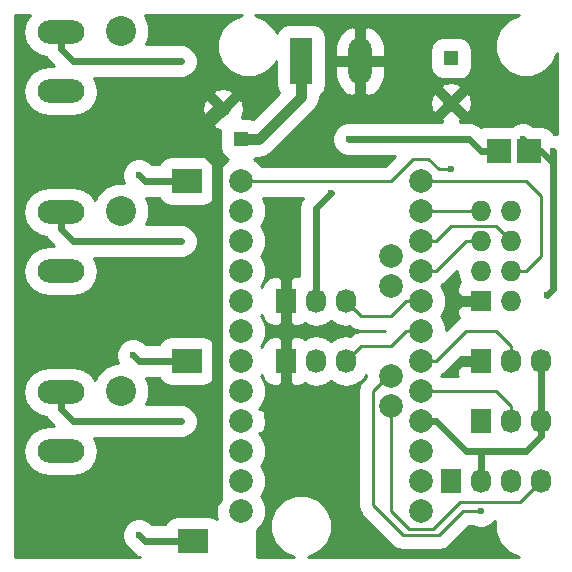
<source format=gbl>
G04 #@! TF.FileFunction,Copper,L2,Bot,Signal*
%FSLAX46Y46*%
G04 Gerber Fmt 4.6, Leading zero omitted, Abs format (unit mm)*
G04 Created by KiCad (PCBNEW 4.0.4-stable) date 03/13/17 09:42:38*
%MOMM*%
%LPD*%
G01*
G04 APERTURE LIST*
%ADD10C,0.100000*%
%ADD11C,2.000000*%
%ADD12R,2.032000X2.032000*%
%ADD13R,1.727200X1.727200*%
%ADD14O,1.727200X1.727200*%
%ADD15R,1.300000X1.300000*%
%ADD16C,1.300000*%
%ADD17C,2.540000*%
%ADD18R,2.540000X2.000000*%
%ADD19R,1.981200X3.962400*%
%ADD20O,1.981200X3.962400*%
%ADD21O,3.962400X1.981200*%
%ADD22R,1.727200X2.032000*%
%ADD23O,1.727200X2.032000*%
%ADD24C,0.600000*%
%ADD25C,0.900000*%
%ADD26C,0.600000*%
%ADD27C,0.250000*%
%ADD28C,0.254000*%
G04 APERTURE END LIST*
D10*
D11*
X119380000Y-114300000D03*
X119380000Y-116840000D03*
X119380000Y-119380000D03*
X119380000Y-121920000D03*
X119380000Y-124460000D03*
X119380000Y-127000000D03*
X119380000Y-129540000D03*
X119380000Y-132080000D03*
X119380000Y-134620000D03*
X119380000Y-137160000D03*
X119380000Y-139700000D03*
X119380000Y-142240000D03*
X134620000Y-142240000D03*
X134620000Y-139700000D03*
X134620000Y-137160000D03*
X134620000Y-134620000D03*
X134620000Y-132080000D03*
X134620000Y-129540000D03*
X134620000Y-127000000D03*
X134620000Y-124460000D03*
X134620000Y-121920000D03*
X134620000Y-119380000D03*
X134620000Y-116840000D03*
X134620000Y-114300000D03*
X132080000Y-120650000D03*
X132080000Y-123190000D03*
X132080000Y-133350000D03*
X132080000Y-130810000D03*
D12*
X141224000Y-111760000D03*
X143764000Y-111760000D03*
D13*
X139700000Y-124460000D03*
D14*
X142240000Y-124460000D03*
X139700000Y-121920000D03*
X142240000Y-121920000D03*
X139700000Y-119380000D03*
X142240000Y-119380000D03*
X139700000Y-116840000D03*
X142240000Y-116840000D03*
D15*
X119380000Y-110744000D03*
D16*
X117856000Y-108204000D03*
D17*
X109220000Y-132080001D03*
D18*
X115317953Y-144777463D03*
D17*
X109220001Y-116840000D03*
D18*
X114809953Y-129537463D03*
D17*
X109220000Y-101600001D03*
D18*
X114809953Y-114297463D03*
D16*
X137160000Y-107696000D03*
D15*
X137160000Y-103896000D03*
D19*
X124460000Y-104140000D03*
D20*
X129460000Y-104140000D03*
D21*
X104140000Y-137160000D03*
X104140000Y-132160000D03*
X104140000Y-106680000D03*
X104140000Y-101680000D03*
X104140000Y-121920000D03*
X104140000Y-116920000D03*
D22*
X123190000Y-124460000D03*
D23*
X125730000Y-124460000D03*
X128270000Y-124460000D03*
D22*
X123190000Y-129540000D03*
D23*
X125730000Y-129540000D03*
X128270000Y-129540000D03*
D22*
X137160000Y-139700000D03*
D23*
X139700000Y-139700000D03*
X142240000Y-139700000D03*
X144780000Y-139700000D03*
D22*
X139700000Y-129540000D03*
D23*
X142240000Y-129540000D03*
X144780000Y-129540000D03*
D22*
X139700000Y-134620000D03*
D23*
X142240000Y-134620000D03*
X144780000Y-134620000D03*
D24*
X114808000Y-111760000D03*
X114808000Y-127000000D03*
X114808000Y-142240000D03*
X128524000Y-110744000D03*
X138684000Y-110744000D03*
X127000000Y-115316000D03*
X145796000Y-111760000D03*
X145288000Y-123952000D03*
X143256000Y-110744000D03*
X137160000Y-113284000D03*
X110744000Y-144272000D03*
X110236000Y-129032000D03*
X110744000Y-113792000D03*
X139700000Y-142240000D03*
X114300000Y-134620000D03*
X114300000Y-104140000D03*
X114300000Y-119380000D03*
D25*
X114808000Y-111760000D02*
X116332000Y-111760000D01*
X114808000Y-127000000D02*
X117348000Y-127000000D01*
X117856000Y-108204000D02*
X117348000Y-108204000D01*
X117348000Y-108204000D02*
X116332000Y-109220000D01*
X116332000Y-142240000D02*
X114808000Y-142240000D01*
X117348000Y-141224000D02*
X116332000Y-142240000D01*
X117348000Y-112776000D02*
X117348000Y-127000000D01*
X117348000Y-127000000D02*
X117348000Y-141224000D01*
X116332000Y-111760000D02*
X117348000Y-112776000D01*
X116332000Y-109220000D02*
X116332000Y-111760000D01*
X119380000Y-110744000D02*
X120904000Y-110744000D01*
X124460000Y-107188000D02*
X124460000Y-104140000D01*
X120904000Y-110744000D02*
X124460000Y-107188000D01*
D26*
X141224000Y-111760000D02*
X139700000Y-111760000D01*
X139700000Y-111760000D02*
X138684000Y-110744000D01*
X138684000Y-110744000D02*
X128524000Y-110744000D01*
X125730000Y-124460000D02*
X125730000Y-116586000D01*
X125730000Y-116586000D02*
X127000000Y-115316000D01*
X139700000Y-139700000D02*
X139700000Y-137160000D01*
X144780000Y-134620000D02*
X144780000Y-129540000D01*
X134620000Y-134620000D02*
X135890000Y-134620000D01*
X144780000Y-135890000D02*
X144780000Y-134620000D01*
X143510000Y-137160000D02*
X144780000Y-135890000D01*
X138430000Y-137160000D02*
X139700000Y-137160000D01*
X139700000Y-137160000D02*
X143510000Y-137160000D01*
X135890000Y-134620000D02*
X138430000Y-137160000D01*
X145796000Y-112776000D02*
X145796000Y-111760000D01*
X145796000Y-112776000D02*
X144780000Y-111760000D01*
X145796000Y-123444000D02*
X145796000Y-112776000D01*
X145288000Y-123952000D02*
X145796000Y-123444000D01*
X144780000Y-111760000D02*
X143764000Y-111760000D01*
X143764000Y-111760000D02*
X143764000Y-111252000D01*
X143764000Y-111252000D02*
X143256000Y-110744000D01*
D27*
X137160000Y-113284000D02*
X136144000Y-113284000D01*
X136144000Y-113284000D02*
X135255000Y-112395000D01*
X133985000Y-112395000D02*
X135255000Y-112395000D01*
X130810000Y-114300000D02*
X132080000Y-114300000D01*
X132080000Y-114300000D02*
X133985000Y-112395000D01*
X119380000Y-114300000D02*
X130810000Y-114300000D01*
X134620000Y-121920000D02*
X135890000Y-121920000D01*
X138430000Y-119380000D02*
X139700000Y-119380000D01*
X135890000Y-121920000D02*
X138430000Y-119380000D01*
X142240000Y-119380000D02*
X140970000Y-118110000D01*
X135890000Y-119380000D02*
X134620000Y-119380000D01*
X137160000Y-118110000D02*
X135890000Y-119380000D01*
X140970000Y-118110000D02*
X137160000Y-118110000D01*
X134620000Y-116840000D02*
X139700000Y-116840000D01*
X134620000Y-114300000D02*
X143510000Y-114300000D01*
X143510000Y-121920000D02*
X142240000Y-121920000D01*
X144780000Y-120650000D02*
X143510000Y-121920000D01*
X144780000Y-115570000D02*
X144780000Y-120650000D01*
X143510000Y-114300000D02*
X144780000Y-115570000D01*
D26*
X115317953Y-144777463D02*
X111249463Y-144777463D01*
X111249463Y-144777463D02*
X110744000Y-144272000D01*
X114809953Y-129537463D02*
X110741463Y-129537463D01*
X110741463Y-129537463D02*
X110236000Y-129032000D01*
X114809953Y-114297463D02*
X111249463Y-114297463D01*
X111249463Y-114297463D02*
X110744000Y-113792000D01*
D27*
X134620000Y-129540000D02*
X135890000Y-129540000D01*
X142240000Y-128270000D02*
X142240000Y-129540000D01*
X140970000Y-127000000D02*
X142240000Y-128270000D01*
X138430000Y-127000000D02*
X140970000Y-127000000D01*
X135890000Y-129540000D02*
X138430000Y-127000000D01*
X134620000Y-132080000D02*
X140970000Y-132080000D01*
X142240000Y-133350000D02*
X142240000Y-134620000D01*
X140970000Y-132080000D02*
X142240000Y-133350000D01*
X134620000Y-124460000D02*
X133350000Y-124460000D01*
X129540000Y-125730000D02*
X128270000Y-124460000D01*
X132080000Y-125730000D02*
X129540000Y-125730000D01*
X133350000Y-124460000D02*
X132080000Y-125730000D01*
X134620000Y-127000000D02*
X133350000Y-127000000D01*
X129540000Y-128270000D02*
X128270000Y-129540000D01*
X132080000Y-128270000D02*
X129540000Y-128270000D01*
X133350000Y-127000000D02*
X132080000Y-128270000D01*
X137668000Y-142748000D02*
X138176000Y-142240000D01*
X138176000Y-142240000D02*
X139700000Y-142240000D01*
X136144000Y-144272000D02*
X137668000Y-142748000D01*
X132080000Y-130810000D02*
X131826000Y-130810000D01*
X131826000Y-130810000D02*
X130556000Y-132080000D01*
X133096000Y-144272000D02*
X136144000Y-144272000D01*
X130556000Y-141732000D02*
X133096000Y-144272000D01*
X130556000Y-132080000D02*
X130556000Y-141732000D01*
X143002000Y-141478000D02*
X137922000Y-141478000D01*
X137922000Y-141478000D02*
X137668000Y-141732000D01*
X144780000Y-139700000D02*
X143002000Y-141478000D01*
X135636000Y-143764000D02*
X137668000Y-141732000D01*
X133604000Y-143764000D02*
X135636000Y-143764000D01*
X133604000Y-143764000D02*
X132080000Y-142240000D01*
X132080000Y-133350000D02*
X132080000Y-142240000D01*
D26*
X104140000Y-132160000D02*
X104140000Y-133604000D01*
X105156000Y-134620000D02*
X114300000Y-134620000D01*
X104140000Y-133604000D02*
X105156000Y-134620000D01*
X104140000Y-101680000D02*
X104140000Y-103124000D01*
X105156000Y-104140000D02*
X114300000Y-104140000D01*
X104140000Y-103124000D02*
X105156000Y-104140000D01*
X104140000Y-116920000D02*
X104140000Y-118364000D01*
X105156000Y-119380000D02*
X114300000Y-119380000D01*
X104140000Y-118364000D02*
X105156000Y-119380000D01*
D28*
G36*
X101132100Y-100869630D02*
X100970907Y-101680000D01*
X101132100Y-102490370D01*
X101591138Y-103177369D01*
X102278137Y-103636407D01*
X102878976Y-103755921D01*
X103130959Y-104133041D01*
X103560318Y-104562400D01*
X103088507Y-104562400D01*
X102278137Y-104723593D01*
X101591138Y-105182631D01*
X101132100Y-105869630D01*
X100970907Y-106680000D01*
X101132100Y-107490370D01*
X101591138Y-108177369D01*
X102278137Y-108636407D01*
X103088507Y-108797600D01*
X105191493Y-108797600D01*
X106001863Y-108636407D01*
X106688862Y-108177369D01*
X106737938Y-108103921D01*
X116046953Y-108103921D01*
X116146360Y-108803832D01*
X116222957Y-108988753D01*
X116568961Y-109031420D01*
X117396381Y-108204000D01*
X116568961Y-107376580D01*
X116222957Y-107419247D01*
X116046953Y-108103921D01*
X106737938Y-108103921D01*
X107147900Y-107490370D01*
X107261958Y-106916961D01*
X117028580Y-106916961D01*
X117856000Y-107744381D01*
X118683420Y-106916961D01*
X118640753Y-106570957D01*
X117956079Y-106394953D01*
X117256168Y-106494360D01*
X117071247Y-106570957D01*
X117028580Y-106916961D01*
X107261958Y-106916961D01*
X107309093Y-106680000D01*
X107147900Y-105869630D01*
X106945689Y-105567000D01*
X114298755Y-105567000D01*
X114582603Y-105567248D01*
X115107275Y-105350457D01*
X115509047Y-104949386D01*
X115726752Y-104425093D01*
X115727248Y-103857397D01*
X115510457Y-103332725D01*
X115109386Y-102930953D01*
X114585093Y-102713248D01*
X114017397Y-102712752D01*
X114016797Y-102713000D01*
X111353276Y-102713000D01*
X111616583Y-102078886D01*
X111617415Y-101125300D01*
X111260707Y-100262000D01*
X119447665Y-100262000D01*
X118528868Y-100641639D01*
X117789236Y-101379981D01*
X117388457Y-102345165D01*
X117387545Y-103390250D01*
X117786639Y-104356132D01*
X118524981Y-105095764D01*
X119490165Y-105496543D01*
X120535250Y-105497455D01*
X121501132Y-105098361D01*
X122240764Y-104360019D01*
X122320321Y-104168424D01*
X122320321Y-106121200D01*
X122398906Y-106538841D01*
X122586858Y-106830927D01*
X120398285Y-109019501D01*
X120030000Y-108944921D01*
X119500311Y-108944921D01*
X119665047Y-108304079D01*
X119565640Y-107604168D01*
X119489043Y-107419247D01*
X119143039Y-107376580D01*
X118315619Y-108204000D01*
X118363703Y-108252084D01*
X117904084Y-108711703D01*
X117856000Y-108663619D01*
X117028580Y-109491039D01*
X117071247Y-109837043D01*
X117605162Y-109974293D01*
X117580921Y-110094000D01*
X117580921Y-111394000D01*
X117659506Y-111811641D01*
X117906331Y-112195219D01*
X118282333Y-112452130D01*
X118176726Y-112495766D01*
X117577869Y-113093578D01*
X117253370Y-113875057D01*
X117252632Y-114721230D01*
X117575766Y-115503274D01*
X117641968Y-115569591D01*
X117577869Y-115633578D01*
X117253370Y-116415057D01*
X117252632Y-117261230D01*
X117575766Y-118043274D01*
X117641968Y-118109591D01*
X117577869Y-118173578D01*
X117253370Y-118955057D01*
X117252632Y-119801230D01*
X117575766Y-120583274D01*
X117641968Y-120649591D01*
X117577869Y-120713578D01*
X117253370Y-121495057D01*
X117252632Y-122341230D01*
X117575766Y-123123274D01*
X117641968Y-123189591D01*
X117577869Y-123253578D01*
X117253370Y-124035057D01*
X117252632Y-124881230D01*
X117575766Y-125663274D01*
X117641968Y-125729591D01*
X117577869Y-125793578D01*
X117253370Y-126575057D01*
X117252632Y-127421230D01*
X117575766Y-128203274D01*
X117641968Y-128269591D01*
X117577869Y-128333578D01*
X117253370Y-129115057D01*
X117252632Y-129961230D01*
X117575766Y-130743274D01*
X117641968Y-130809591D01*
X117577869Y-130873578D01*
X117253370Y-131655057D01*
X117252632Y-132501230D01*
X117575766Y-133283274D01*
X117641968Y-133349591D01*
X117577869Y-133413578D01*
X117253370Y-134195057D01*
X117252632Y-135041230D01*
X117575766Y-135823274D01*
X117641968Y-135889591D01*
X117577869Y-135953578D01*
X117253370Y-136735057D01*
X117252632Y-137581230D01*
X117575766Y-138363274D01*
X117641968Y-138429591D01*
X117577869Y-138493578D01*
X117253370Y-139275057D01*
X117252632Y-140121230D01*
X117575766Y-140903274D01*
X117641968Y-140969591D01*
X117577869Y-141033578D01*
X117253370Y-141815057D01*
X117252632Y-142661230D01*
X117371452Y-142948797D01*
X117035009Y-142718915D01*
X116587953Y-142628384D01*
X114047953Y-142628384D01*
X113630312Y-142706969D01*
X113246734Y-142953794D01*
X112989405Y-143330407D01*
X112985344Y-143350463D01*
X111840545Y-143350463D01*
X111754206Y-143264124D01*
X111553386Y-143062953D01*
X111029093Y-142845248D01*
X110461397Y-142844752D01*
X109936725Y-143061543D01*
X109534953Y-143462614D01*
X109317248Y-143986907D01*
X109316752Y-144554603D01*
X109533543Y-145079275D01*
X109934614Y-145481047D01*
X109935214Y-145481296D01*
X110240422Y-145786505D01*
X110703374Y-146095839D01*
X110814785Y-146118000D01*
X100262000Y-146118000D01*
X100262000Y-132160000D01*
X100970907Y-132160000D01*
X101132100Y-132970370D01*
X101591138Y-133657369D01*
X102278137Y-134116407D01*
X102878976Y-134235921D01*
X103130959Y-134613041D01*
X103560318Y-135042400D01*
X103088507Y-135042400D01*
X102278137Y-135203593D01*
X101591138Y-135662631D01*
X101132100Y-136349630D01*
X100970907Y-137160000D01*
X101132100Y-137970370D01*
X101591138Y-138657369D01*
X102278137Y-139116407D01*
X103088507Y-139277600D01*
X105191493Y-139277600D01*
X106001863Y-139116407D01*
X106688862Y-138657369D01*
X107147900Y-137970370D01*
X107309093Y-137160000D01*
X107147900Y-136349630D01*
X106945689Y-136047000D01*
X114298755Y-136047000D01*
X114582603Y-136047248D01*
X115107275Y-135830457D01*
X115509047Y-135429386D01*
X115726752Y-134905093D01*
X115727248Y-134337397D01*
X115510457Y-133812725D01*
X115109386Y-133410953D01*
X114585093Y-133193248D01*
X114017397Y-133192752D01*
X114016797Y-133193000D01*
X111353276Y-133193000D01*
X111616583Y-132558886D01*
X111617415Y-131605300D01*
X111352627Y-130964463D01*
X112475481Y-130964463D01*
X112716284Y-131338682D01*
X113092897Y-131596011D01*
X113539953Y-131686542D01*
X116079953Y-131686542D01*
X116497594Y-131607957D01*
X116881172Y-131361132D01*
X117138501Y-130984519D01*
X117229032Y-130537463D01*
X117229032Y-128537463D01*
X117150447Y-128119822D01*
X116903622Y-127736244D01*
X116527009Y-127478915D01*
X116079953Y-127388384D01*
X113539953Y-127388384D01*
X113122312Y-127466969D01*
X112738734Y-127713794D01*
X112481405Y-128090407D01*
X112477344Y-128110463D01*
X111332545Y-128110463D01*
X111246206Y-128024124D01*
X111045386Y-127822953D01*
X110521093Y-127605248D01*
X109953397Y-127604752D01*
X109428725Y-127821543D01*
X109026953Y-128222614D01*
X108809248Y-128746907D01*
X108808752Y-129314603D01*
X108960878Y-129682774D01*
X108745299Y-129682586D01*
X107863982Y-130046738D01*
X107189107Y-130720437D01*
X107012184Y-131146516D01*
X106688862Y-130662631D01*
X106001863Y-130203593D01*
X105191493Y-130042400D01*
X103088507Y-130042400D01*
X102278137Y-130203593D01*
X101591138Y-130662631D01*
X101132100Y-131349630D01*
X100970907Y-132160000D01*
X100262000Y-132160000D01*
X100262000Y-116920000D01*
X100970907Y-116920000D01*
X101132100Y-117730370D01*
X101591138Y-118417369D01*
X102278137Y-118876407D01*
X102878976Y-118995921D01*
X103130959Y-119373041D01*
X103560318Y-119802400D01*
X103088507Y-119802400D01*
X102278137Y-119963593D01*
X101591138Y-120422631D01*
X101132100Y-121109630D01*
X100970907Y-121920000D01*
X101132100Y-122730370D01*
X101591138Y-123417369D01*
X102278137Y-123876407D01*
X103088507Y-124037600D01*
X105191493Y-124037600D01*
X106001863Y-123876407D01*
X106688862Y-123417369D01*
X107147900Y-122730370D01*
X107309093Y-121920000D01*
X107147900Y-121109630D01*
X106945689Y-120807000D01*
X114298755Y-120807000D01*
X114582603Y-120807248D01*
X115107275Y-120590457D01*
X115509047Y-120189386D01*
X115726752Y-119665093D01*
X115727248Y-119097397D01*
X115510457Y-118572725D01*
X115109386Y-118170953D01*
X114585093Y-117953248D01*
X114017397Y-117952752D01*
X114016797Y-117953000D01*
X111353276Y-117953000D01*
X111616584Y-117318885D01*
X111617416Y-116365299D01*
X111352629Y-115724463D01*
X112475481Y-115724463D01*
X112716284Y-116098682D01*
X113092897Y-116356011D01*
X113539953Y-116446542D01*
X116079953Y-116446542D01*
X116497594Y-116367957D01*
X116881172Y-116121132D01*
X117138501Y-115744519D01*
X117229032Y-115297463D01*
X117229032Y-113297463D01*
X117150447Y-112879822D01*
X116903622Y-112496244D01*
X116527009Y-112238915D01*
X116079953Y-112148384D01*
X113539953Y-112148384D01*
X113122312Y-112226969D01*
X112738734Y-112473794D01*
X112481405Y-112850407D01*
X112477344Y-112870463D01*
X111840545Y-112870463D01*
X111754206Y-112784124D01*
X111553386Y-112582953D01*
X111029093Y-112365248D01*
X110461397Y-112364752D01*
X109936725Y-112581543D01*
X109534953Y-112982614D01*
X109317248Y-113506907D01*
X109316752Y-114074603D01*
X109469061Y-114443216D01*
X108745300Y-114442585D01*
X107863983Y-114806737D01*
X107189108Y-115480436D01*
X107012184Y-115906516D01*
X106688862Y-115422631D01*
X106001863Y-114963593D01*
X105191493Y-114802400D01*
X103088507Y-114802400D01*
X102278137Y-114963593D01*
X101591138Y-115422631D01*
X101132100Y-116109630D01*
X100970907Y-116920000D01*
X100262000Y-116920000D01*
X100262000Y-100262000D01*
X101538105Y-100262000D01*
X101132100Y-100869630D01*
X101132100Y-100869630D01*
G37*
X101132100Y-100869630D02*
X100970907Y-101680000D01*
X101132100Y-102490370D01*
X101591138Y-103177369D01*
X102278137Y-103636407D01*
X102878976Y-103755921D01*
X103130959Y-104133041D01*
X103560318Y-104562400D01*
X103088507Y-104562400D01*
X102278137Y-104723593D01*
X101591138Y-105182631D01*
X101132100Y-105869630D01*
X100970907Y-106680000D01*
X101132100Y-107490370D01*
X101591138Y-108177369D01*
X102278137Y-108636407D01*
X103088507Y-108797600D01*
X105191493Y-108797600D01*
X106001863Y-108636407D01*
X106688862Y-108177369D01*
X106737938Y-108103921D01*
X116046953Y-108103921D01*
X116146360Y-108803832D01*
X116222957Y-108988753D01*
X116568961Y-109031420D01*
X117396381Y-108204000D01*
X116568961Y-107376580D01*
X116222957Y-107419247D01*
X116046953Y-108103921D01*
X106737938Y-108103921D01*
X107147900Y-107490370D01*
X107261958Y-106916961D01*
X117028580Y-106916961D01*
X117856000Y-107744381D01*
X118683420Y-106916961D01*
X118640753Y-106570957D01*
X117956079Y-106394953D01*
X117256168Y-106494360D01*
X117071247Y-106570957D01*
X117028580Y-106916961D01*
X107261958Y-106916961D01*
X107309093Y-106680000D01*
X107147900Y-105869630D01*
X106945689Y-105567000D01*
X114298755Y-105567000D01*
X114582603Y-105567248D01*
X115107275Y-105350457D01*
X115509047Y-104949386D01*
X115726752Y-104425093D01*
X115727248Y-103857397D01*
X115510457Y-103332725D01*
X115109386Y-102930953D01*
X114585093Y-102713248D01*
X114017397Y-102712752D01*
X114016797Y-102713000D01*
X111353276Y-102713000D01*
X111616583Y-102078886D01*
X111617415Y-101125300D01*
X111260707Y-100262000D01*
X119447665Y-100262000D01*
X118528868Y-100641639D01*
X117789236Y-101379981D01*
X117388457Y-102345165D01*
X117387545Y-103390250D01*
X117786639Y-104356132D01*
X118524981Y-105095764D01*
X119490165Y-105496543D01*
X120535250Y-105497455D01*
X121501132Y-105098361D01*
X122240764Y-104360019D01*
X122320321Y-104168424D01*
X122320321Y-106121200D01*
X122398906Y-106538841D01*
X122586858Y-106830927D01*
X120398285Y-109019501D01*
X120030000Y-108944921D01*
X119500311Y-108944921D01*
X119665047Y-108304079D01*
X119565640Y-107604168D01*
X119489043Y-107419247D01*
X119143039Y-107376580D01*
X118315619Y-108204000D01*
X118363703Y-108252084D01*
X117904084Y-108711703D01*
X117856000Y-108663619D01*
X117028580Y-109491039D01*
X117071247Y-109837043D01*
X117605162Y-109974293D01*
X117580921Y-110094000D01*
X117580921Y-111394000D01*
X117659506Y-111811641D01*
X117906331Y-112195219D01*
X118282333Y-112452130D01*
X118176726Y-112495766D01*
X117577869Y-113093578D01*
X117253370Y-113875057D01*
X117252632Y-114721230D01*
X117575766Y-115503274D01*
X117641968Y-115569591D01*
X117577869Y-115633578D01*
X117253370Y-116415057D01*
X117252632Y-117261230D01*
X117575766Y-118043274D01*
X117641968Y-118109591D01*
X117577869Y-118173578D01*
X117253370Y-118955057D01*
X117252632Y-119801230D01*
X117575766Y-120583274D01*
X117641968Y-120649591D01*
X117577869Y-120713578D01*
X117253370Y-121495057D01*
X117252632Y-122341230D01*
X117575766Y-123123274D01*
X117641968Y-123189591D01*
X117577869Y-123253578D01*
X117253370Y-124035057D01*
X117252632Y-124881230D01*
X117575766Y-125663274D01*
X117641968Y-125729591D01*
X117577869Y-125793578D01*
X117253370Y-126575057D01*
X117252632Y-127421230D01*
X117575766Y-128203274D01*
X117641968Y-128269591D01*
X117577869Y-128333578D01*
X117253370Y-129115057D01*
X117252632Y-129961230D01*
X117575766Y-130743274D01*
X117641968Y-130809591D01*
X117577869Y-130873578D01*
X117253370Y-131655057D01*
X117252632Y-132501230D01*
X117575766Y-133283274D01*
X117641968Y-133349591D01*
X117577869Y-133413578D01*
X117253370Y-134195057D01*
X117252632Y-135041230D01*
X117575766Y-135823274D01*
X117641968Y-135889591D01*
X117577869Y-135953578D01*
X117253370Y-136735057D01*
X117252632Y-137581230D01*
X117575766Y-138363274D01*
X117641968Y-138429591D01*
X117577869Y-138493578D01*
X117253370Y-139275057D01*
X117252632Y-140121230D01*
X117575766Y-140903274D01*
X117641968Y-140969591D01*
X117577869Y-141033578D01*
X117253370Y-141815057D01*
X117252632Y-142661230D01*
X117371452Y-142948797D01*
X117035009Y-142718915D01*
X116587953Y-142628384D01*
X114047953Y-142628384D01*
X113630312Y-142706969D01*
X113246734Y-142953794D01*
X112989405Y-143330407D01*
X112985344Y-143350463D01*
X111840545Y-143350463D01*
X111754206Y-143264124D01*
X111553386Y-143062953D01*
X111029093Y-142845248D01*
X110461397Y-142844752D01*
X109936725Y-143061543D01*
X109534953Y-143462614D01*
X109317248Y-143986907D01*
X109316752Y-144554603D01*
X109533543Y-145079275D01*
X109934614Y-145481047D01*
X109935214Y-145481296D01*
X110240422Y-145786505D01*
X110703374Y-146095839D01*
X110814785Y-146118000D01*
X100262000Y-146118000D01*
X100262000Y-132160000D01*
X100970907Y-132160000D01*
X101132100Y-132970370D01*
X101591138Y-133657369D01*
X102278137Y-134116407D01*
X102878976Y-134235921D01*
X103130959Y-134613041D01*
X103560318Y-135042400D01*
X103088507Y-135042400D01*
X102278137Y-135203593D01*
X101591138Y-135662631D01*
X101132100Y-136349630D01*
X100970907Y-137160000D01*
X101132100Y-137970370D01*
X101591138Y-138657369D01*
X102278137Y-139116407D01*
X103088507Y-139277600D01*
X105191493Y-139277600D01*
X106001863Y-139116407D01*
X106688862Y-138657369D01*
X107147900Y-137970370D01*
X107309093Y-137160000D01*
X107147900Y-136349630D01*
X106945689Y-136047000D01*
X114298755Y-136047000D01*
X114582603Y-136047248D01*
X115107275Y-135830457D01*
X115509047Y-135429386D01*
X115726752Y-134905093D01*
X115727248Y-134337397D01*
X115510457Y-133812725D01*
X115109386Y-133410953D01*
X114585093Y-133193248D01*
X114017397Y-133192752D01*
X114016797Y-133193000D01*
X111353276Y-133193000D01*
X111616583Y-132558886D01*
X111617415Y-131605300D01*
X111352627Y-130964463D01*
X112475481Y-130964463D01*
X112716284Y-131338682D01*
X113092897Y-131596011D01*
X113539953Y-131686542D01*
X116079953Y-131686542D01*
X116497594Y-131607957D01*
X116881172Y-131361132D01*
X117138501Y-130984519D01*
X117229032Y-130537463D01*
X117229032Y-128537463D01*
X117150447Y-128119822D01*
X116903622Y-127736244D01*
X116527009Y-127478915D01*
X116079953Y-127388384D01*
X113539953Y-127388384D01*
X113122312Y-127466969D01*
X112738734Y-127713794D01*
X112481405Y-128090407D01*
X112477344Y-128110463D01*
X111332545Y-128110463D01*
X111246206Y-128024124D01*
X111045386Y-127822953D01*
X110521093Y-127605248D01*
X109953397Y-127604752D01*
X109428725Y-127821543D01*
X109026953Y-128222614D01*
X108809248Y-128746907D01*
X108808752Y-129314603D01*
X108960878Y-129682774D01*
X108745299Y-129682586D01*
X107863982Y-130046738D01*
X107189107Y-130720437D01*
X107012184Y-131146516D01*
X106688862Y-130662631D01*
X106001863Y-130203593D01*
X105191493Y-130042400D01*
X103088507Y-130042400D01*
X102278137Y-130203593D01*
X101591138Y-130662631D01*
X101132100Y-131349630D01*
X100970907Y-132160000D01*
X100262000Y-132160000D01*
X100262000Y-116920000D01*
X100970907Y-116920000D01*
X101132100Y-117730370D01*
X101591138Y-118417369D01*
X102278137Y-118876407D01*
X102878976Y-118995921D01*
X103130959Y-119373041D01*
X103560318Y-119802400D01*
X103088507Y-119802400D01*
X102278137Y-119963593D01*
X101591138Y-120422631D01*
X101132100Y-121109630D01*
X100970907Y-121920000D01*
X101132100Y-122730370D01*
X101591138Y-123417369D01*
X102278137Y-123876407D01*
X103088507Y-124037600D01*
X105191493Y-124037600D01*
X106001863Y-123876407D01*
X106688862Y-123417369D01*
X107147900Y-122730370D01*
X107309093Y-121920000D01*
X107147900Y-121109630D01*
X106945689Y-120807000D01*
X114298755Y-120807000D01*
X114582603Y-120807248D01*
X115107275Y-120590457D01*
X115509047Y-120189386D01*
X115726752Y-119665093D01*
X115727248Y-119097397D01*
X115510457Y-118572725D01*
X115109386Y-118170953D01*
X114585093Y-117953248D01*
X114017397Y-117952752D01*
X114016797Y-117953000D01*
X111353276Y-117953000D01*
X111616584Y-117318885D01*
X111617416Y-116365299D01*
X111352629Y-115724463D01*
X112475481Y-115724463D01*
X112716284Y-116098682D01*
X113092897Y-116356011D01*
X113539953Y-116446542D01*
X116079953Y-116446542D01*
X116497594Y-116367957D01*
X116881172Y-116121132D01*
X117138501Y-115744519D01*
X117229032Y-115297463D01*
X117229032Y-113297463D01*
X117150447Y-112879822D01*
X116903622Y-112496244D01*
X116527009Y-112238915D01*
X116079953Y-112148384D01*
X113539953Y-112148384D01*
X113122312Y-112226969D01*
X112738734Y-112473794D01*
X112481405Y-112850407D01*
X112477344Y-112870463D01*
X111840545Y-112870463D01*
X111754206Y-112784124D01*
X111553386Y-112582953D01*
X111029093Y-112365248D01*
X110461397Y-112364752D01*
X109936725Y-112581543D01*
X109534953Y-112982614D01*
X109317248Y-113506907D01*
X109316752Y-114074603D01*
X109469061Y-114443216D01*
X108745300Y-114442585D01*
X107863983Y-114806737D01*
X107189108Y-115480436D01*
X107012184Y-115906516D01*
X106688862Y-115422631D01*
X106001863Y-114963593D01*
X105191493Y-114802400D01*
X103088507Y-114802400D01*
X102278137Y-114963593D01*
X101591138Y-115422631D01*
X101132100Y-116109630D01*
X100970907Y-116920000D01*
X100262000Y-116920000D01*
X100262000Y-100262000D01*
X101538105Y-100262000D01*
X101132100Y-100869630D01*
G36*
X142023868Y-100641639D02*
X141284236Y-101379981D01*
X140883457Y-102345165D01*
X140882545Y-103390250D01*
X141281639Y-104356132D01*
X142019981Y-105095764D01*
X142985165Y-105496543D01*
X144030250Y-105497455D01*
X144996132Y-105098361D01*
X145735764Y-104360019D01*
X146118000Y-103439492D01*
X146118000Y-110348573D01*
X146081093Y-110333248D01*
X145851753Y-110333048D01*
X145850494Y-110326359D01*
X145603669Y-109942781D01*
X145227056Y-109685452D01*
X144780000Y-109594921D01*
X144125249Y-109594921D01*
X144065386Y-109534953D01*
X143541093Y-109317248D01*
X142973397Y-109316752D01*
X142448725Y-109533543D01*
X142362408Y-109619709D01*
X142240000Y-109594921D01*
X140208000Y-109594921D01*
X139790359Y-109673506D01*
X139693753Y-109735670D01*
X139493386Y-109534953D01*
X138969093Y-109317248D01*
X138401397Y-109316752D01*
X138400797Y-109317000D01*
X137946238Y-109317000D01*
X137987420Y-108983039D01*
X137160000Y-108155619D01*
X136332580Y-108983039D01*
X136373762Y-109317000D01*
X128525245Y-109317000D01*
X128241397Y-109316752D01*
X127716725Y-109533543D01*
X127314953Y-109934614D01*
X127097248Y-110458907D01*
X127096752Y-111026603D01*
X127313543Y-111551275D01*
X127714614Y-111953047D01*
X128238907Y-112170752D01*
X128806603Y-112171248D01*
X128807203Y-112171000D01*
X132438404Y-112171000D01*
X131561404Y-113048000D01*
X121135593Y-113048000D01*
X120586422Y-112497869D01*
X120470548Y-112449754D01*
X120670638Y-112321000D01*
X120904000Y-112321000D01*
X121507492Y-112200958D01*
X122019107Y-111859107D01*
X125575107Y-108303108D01*
X125916958Y-107791492D01*
X125926329Y-107744381D01*
X125955859Y-107595921D01*
X135350953Y-107595921D01*
X135450360Y-108295832D01*
X135526957Y-108480753D01*
X135872961Y-108523420D01*
X136700381Y-107696000D01*
X137619619Y-107696000D01*
X138447039Y-108523420D01*
X138793043Y-108480753D01*
X138969047Y-107796079D01*
X138869640Y-107096168D01*
X138793043Y-106911247D01*
X138447039Y-106868580D01*
X137619619Y-107696000D01*
X136700381Y-107696000D01*
X135872961Y-106868580D01*
X135526957Y-106911247D01*
X135350953Y-107595921D01*
X125955859Y-107595921D01*
X126037000Y-107188000D01*
X126037000Y-107083101D01*
X126251819Y-106944869D01*
X126509148Y-106568256D01*
X126599679Y-106121200D01*
X126599679Y-104513000D01*
X127342400Y-104513000D01*
X127342400Y-105503600D01*
X127646334Y-106285578D01*
X128226382Y-106891720D01*
X128765506Y-107131077D01*
X129087000Y-106928158D01*
X129087000Y-104513000D01*
X129833000Y-104513000D01*
X129833000Y-106928158D01*
X130154494Y-107131077D01*
X130693618Y-106891720D01*
X131155594Y-106408961D01*
X136332580Y-106408961D01*
X137160000Y-107236381D01*
X137987420Y-106408961D01*
X137944753Y-106062957D01*
X137260079Y-105886953D01*
X136560168Y-105986360D01*
X136375247Y-106062957D01*
X136332580Y-106408961D01*
X131155594Y-106408961D01*
X131273666Y-106285578D01*
X131577600Y-105503600D01*
X131577600Y-104513000D01*
X129833000Y-104513000D01*
X129087000Y-104513000D01*
X127342400Y-104513000D01*
X126599679Y-104513000D01*
X126599679Y-102776400D01*
X127342400Y-102776400D01*
X127342400Y-103767000D01*
X129087000Y-103767000D01*
X129087000Y-101351842D01*
X129833000Y-101351842D01*
X129833000Y-103767000D01*
X131577600Y-103767000D01*
X131577600Y-103246000D01*
X135360921Y-103246000D01*
X135360921Y-104546000D01*
X135439506Y-104963641D01*
X135686331Y-105347219D01*
X136062944Y-105604548D01*
X136510000Y-105695079D01*
X137810000Y-105695079D01*
X138227641Y-105616494D01*
X138611219Y-105369669D01*
X138868548Y-104993056D01*
X138959079Y-104546000D01*
X138959079Y-103246000D01*
X138880494Y-102828359D01*
X138633669Y-102444781D01*
X138257056Y-102187452D01*
X137810000Y-102096921D01*
X136510000Y-102096921D01*
X136092359Y-102175506D01*
X135708781Y-102422331D01*
X135451452Y-102798944D01*
X135360921Y-103246000D01*
X131577600Y-103246000D01*
X131577600Y-102776400D01*
X131273666Y-101994422D01*
X130693618Y-101388280D01*
X130154494Y-101148923D01*
X129833000Y-101351842D01*
X129087000Y-101351842D01*
X128765506Y-101148923D01*
X128226382Y-101388280D01*
X127646334Y-101994422D01*
X127342400Y-102776400D01*
X126599679Y-102776400D01*
X126599679Y-102158800D01*
X126521094Y-101741159D01*
X126274269Y-101357581D01*
X125897656Y-101100252D01*
X125450600Y-101009721D01*
X123469400Y-101009721D01*
X123051759Y-101088306D01*
X122668181Y-101335131D01*
X122410852Y-101711744D01*
X122400322Y-101763743D01*
X122243361Y-101383868D01*
X121505019Y-100644236D01*
X120584492Y-100262000D01*
X142942665Y-100262000D01*
X142023868Y-100641639D01*
X142023868Y-100641639D01*
G37*
X142023868Y-100641639D02*
X141284236Y-101379981D01*
X140883457Y-102345165D01*
X140882545Y-103390250D01*
X141281639Y-104356132D01*
X142019981Y-105095764D01*
X142985165Y-105496543D01*
X144030250Y-105497455D01*
X144996132Y-105098361D01*
X145735764Y-104360019D01*
X146118000Y-103439492D01*
X146118000Y-110348573D01*
X146081093Y-110333248D01*
X145851753Y-110333048D01*
X145850494Y-110326359D01*
X145603669Y-109942781D01*
X145227056Y-109685452D01*
X144780000Y-109594921D01*
X144125249Y-109594921D01*
X144065386Y-109534953D01*
X143541093Y-109317248D01*
X142973397Y-109316752D01*
X142448725Y-109533543D01*
X142362408Y-109619709D01*
X142240000Y-109594921D01*
X140208000Y-109594921D01*
X139790359Y-109673506D01*
X139693753Y-109735670D01*
X139493386Y-109534953D01*
X138969093Y-109317248D01*
X138401397Y-109316752D01*
X138400797Y-109317000D01*
X137946238Y-109317000D01*
X137987420Y-108983039D01*
X137160000Y-108155619D01*
X136332580Y-108983039D01*
X136373762Y-109317000D01*
X128525245Y-109317000D01*
X128241397Y-109316752D01*
X127716725Y-109533543D01*
X127314953Y-109934614D01*
X127097248Y-110458907D01*
X127096752Y-111026603D01*
X127313543Y-111551275D01*
X127714614Y-111953047D01*
X128238907Y-112170752D01*
X128806603Y-112171248D01*
X128807203Y-112171000D01*
X132438404Y-112171000D01*
X131561404Y-113048000D01*
X121135593Y-113048000D01*
X120586422Y-112497869D01*
X120470548Y-112449754D01*
X120670638Y-112321000D01*
X120904000Y-112321000D01*
X121507492Y-112200958D01*
X122019107Y-111859107D01*
X125575107Y-108303108D01*
X125916958Y-107791492D01*
X125926329Y-107744381D01*
X125955859Y-107595921D01*
X135350953Y-107595921D01*
X135450360Y-108295832D01*
X135526957Y-108480753D01*
X135872961Y-108523420D01*
X136700381Y-107696000D01*
X137619619Y-107696000D01*
X138447039Y-108523420D01*
X138793043Y-108480753D01*
X138969047Y-107796079D01*
X138869640Y-107096168D01*
X138793043Y-106911247D01*
X138447039Y-106868580D01*
X137619619Y-107696000D01*
X136700381Y-107696000D01*
X135872961Y-106868580D01*
X135526957Y-106911247D01*
X135350953Y-107595921D01*
X125955859Y-107595921D01*
X126037000Y-107188000D01*
X126037000Y-107083101D01*
X126251819Y-106944869D01*
X126509148Y-106568256D01*
X126599679Y-106121200D01*
X126599679Y-104513000D01*
X127342400Y-104513000D01*
X127342400Y-105503600D01*
X127646334Y-106285578D01*
X128226382Y-106891720D01*
X128765506Y-107131077D01*
X129087000Y-106928158D01*
X129087000Y-104513000D01*
X129833000Y-104513000D01*
X129833000Y-106928158D01*
X130154494Y-107131077D01*
X130693618Y-106891720D01*
X131155594Y-106408961D01*
X136332580Y-106408961D01*
X137160000Y-107236381D01*
X137987420Y-106408961D01*
X137944753Y-106062957D01*
X137260079Y-105886953D01*
X136560168Y-105986360D01*
X136375247Y-106062957D01*
X136332580Y-106408961D01*
X131155594Y-106408961D01*
X131273666Y-106285578D01*
X131577600Y-105503600D01*
X131577600Y-104513000D01*
X129833000Y-104513000D01*
X129087000Y-104513000D01*
X127342400Y-104513000D01*
X126599679Y-104513000D01*
X126599679Y-102776400D01*
X127342400Y-102776400D01*
X127342400Y-103767000D01*
X129087000Y-103767000D01*
X129087000Y-101351842D01*
X129833000Y-101351842D01*
X129833000Y-103767000D01*
X131577600Y-103767000D01*
X131577600Y-103246000D01*
X135360921Y-103246000D01*
X135360921Y-104546000D01*
X135439506Y-104963641D01*
X135686331Y-105347219D01*
X136062944Y-105604548D01*
X136510000Y-105695079D01*
X137810000Y-105695079D01*
X138227641Y-105616494D01*
X138611219Y-105369669D01*
X138868548Y-104993056D01*
X138959079Y-104546000D01*
X138959079Y-103246000D01*
X138880494Y-102828359D01*
X138633669Y-102444781D01*
X138257056Y-102187452D01*
X137810000Y-102096921D01*
X136510000Y-102096921D01*
X136092359Y-102175506D01*
X135708781Y-102422331D01*
X135451452Y-102798944D01*
X135360921Y-103246000D01*
X131577600Y-103246000D01*
X131577600Y-102776400D01*
X131273666Y-101994422D01*
X130693618Y-101388280D01*
X130154494Y-101148923D01*
X129833000Y-101351842D01*
X129087000Y-101351842D01*
X128765506Y-101148923D01*
X128226382Y-101388280D01*
X127646334Y-101994422D01*
X127342400Y-102776400D01*
X126599679Y-102776400D01*
X126599679Y-102158800D01*
X126521094Y-101741159D01*
X126274269Y-101357581D01*
X125897656Y-101100252D01*
X125450600Y-101009721D01*
X123469400Y-101009721D01*
X123051759Y-101088306D01*
X122668181Y-101335131D01*
X122410852Y-101711744D01*
X122400322Y-101763743D01*
X122243361Y-101383868D01*
X121505019Y-100644236D01*
X120584492Y-100262000D01*
X142942665Y-100262000D01*
X142023868Y-100641639D01*
G36*
X124411624Y-116039911D02*
X124303000Y-116586000D01*
X124303000Y-122327449D01*
X124277774Y-122317000D01*
X123844750Y-122317000D01*
X123563000Y-122598750D01*
X123563000Y-124087000D01*
X123583000Y-124087000D01*
X123583000Y-124833000D01*
X123563000Y-124833000D01*
X123563000Y-126321250D01*
X123844750Y-126603000D01*
X124277774Y-126603000D01*
X124691994Y-126431424D01*
X124765452Y-126357967D01*
X124968230Y-126493459D01*
X125730000Y-126644984D01*
X126491770Y-126493459D01*
X127000000Y-126153870D01*
X127508230Y-126493459D01*
X128270000Y-126644984D01*
X128615637Y-126576233D01*
X128654702Y-126615298D01*
X129060880Y-126886697D01*
X129540000Y-126982000D01*
X131597404Y-126982000D01*
X131561404Y-127018000D01*
X129540000Y-127018000D01*
X129060880Y-127113303D01*
X128699130Y-127355016D01*
X128654702Y-127384702D01*
X128615637Y-127423767D01*
X128270000Y-127355016D01*
X127508230Y-127506541D01*
X127000000Y-127846130D01*
X126491770Y-127506541D01*
X125730000Y-127355016D01*
X124968230Y-127506541D01*
X124765452Y-127642033D01*
X124691994Y-127568576D01*
X124277774Y-127397000D01*
X123844750Y-127397000D01*
X123563000Y-127678750D01*
X123563000Y-129167000D01*
X123583000Y-129167000D01*
X123583000Y-129913000D01*
X123563000Y-129913000D01*
X123563000Y-131401250D01*
X123844750Y-131683000D01*
X124277774Y-131683000D01*
X124691994Y-131511424D01*
X124765452Y-131437967D01*
X124968230Y-131573459D01*
X125730000Y-131724984D01*
X126491770Y-131573459D01*
X127000000Y-131233870D01*
X127508230Y-131573459D01*
X128270000Y-131724984D01*
X129031770Y-131573459D01*
X129677567Y-131141951D01*
X129953069Y-130729633D01*
X129952910Y-130912494D01*
X129670702Y-131194702D01*
X129399303Y-131600880D01*
X129304000Y-132080000D01*
X129304000Y-141732000D01*
X129399303Y-142211120D01*
X129437898Y-142268881D01*
X129670702Y-142617298D01*
X132210700Y-145157295D01*
X132210702Y-145157298D01*
X132616880Y-145428697D01*
X133096000Y-145524000D01*
X136144000Y-145524000D01*
X136623120Y-145428697D01*
X137029298Y-145157298D01*
X137029299Y-145157297D01*
X138553295Y-143633300D01*
X138553298Y-143633298D01*
X138694596Y-143492000D01*
X138994057Y-143492000D01*
X139414907Y-143666752D01*
X139982603Y-143667248D01*
X140507275Y-143450457D01*
X140883379Y-143075010D01*
X140882545Y-144030250D01*
X141281639Y-144996132D01*
X142019981Y-145735764D01*
X142940508Y-146118000D01*
X125027335Y-146118000D01*
X125946132Y-145738361D01*
X126685764Y-145000019D01*
X127086543Y-144034835D01*
X127087455Y-142989750D01*
X126688361Y-142023868D01*
X125950019Y-141284236D01*
X124984835Y-140883457D01*
X123939750Y-140882545D01*
X122973868Y-141281639D01*
X122234236Y-142019981D01*
X121833457Y-142985165D01*
X121832545Y-144030250D01*
X122231639Y-144996132D01*
X122969981Y-145735764D01*
X123890508Y-146118000D01*
X120777000Y-146118000D01*
X120777000Y-143850846D01*
X121182131Y-143446422D01*
X121506630Y-142664943D01*
X121507368Y-141818770D01*
X121184234Y-141036726D01*
X121118032Y-140970409D01*
X121182131Y-140906422D01*
X121506630Y-140124943D01*
X121507368Y-139278770D01*
X121184234Y-138496726D01*
X121118032Y-138430409D01*
X121182131Y-138366422D01*
X121506630Y-137584943D01*
X121507368Y-136738770D01*
X121184234Y-135956726D01*
X121145510Y-135917934D01*
X121175474Y-135887970D01*
X120951678Y-135664174D01*
X121327589Y-135573953D01*
X121544400Y-134756028D01*
X121431700Y-133917393D01*
X121327589Y-133666047D01*
X120951678Y-133575826D01*
X121175474Y-133352030D01*
X121145967Y-133322523D01*
X121182131Y-133286422D01*
X121506630Y-132504943D01*
X121507368Y-131658770D01*
X121184234Y-130876726D01*
X121118032Y-130810409D01*
X121182131Y-130746422D01*
X121199400Y-130704834D01*
X121199400Y-130780174D01*
X121370975Y-131194394D01*
X121688006Y-131511424D01*
X122102226Y-131683000D01*
X122535250Y-131683000D01*
X122817000Y-131401250D01*
X122817000Y-129913000D01*
X122797000Y-129913000D01*
X122797000Y-129167000D01*
X122817000Y-129167000D01*
X122817000Y-127678750D01*
X122535250Y-127397000D01*
X122102226Y-127397000D01*
X121688006Y-127568576D01*
X121370975Y-127885606D01*
X121199400Y-128299826D01*
X121199400Y-128373431D01*
X121184234Y-128336726D01*
X121118032Y-128270409D01*
X121182131Y-128206422D01*
X121506630Y-127424943D01*
X121507368Y-126578770D01*
X121184234Y-125796726D01*
X121118032Y-125730409D01*
X121182131Y-125666422D01*
X121199400Y-125624834D01*
X121199400Y-125700174D01*
X121370975Y-126114394D01*
X121688006Y-126431424D01*
X122102226Y-126603000D01*
X122535250Y-126603000D01*
X122817000Y-126321250D01*
X122817000Y-124833000D01*
X122797000Y-124833000D01*
X122797000Y-124087000D01*
X122817000Y-124087000D01*
X122817000Y-122598750D01*
X122535250Y-122317000D01*
X122102226Y-122317000D01*
X121688006Y-122488576D01*
X121370975Y-122805606D01*
X121199400Y-123219826D01*
X121199400Y-123293431D01*
X121184234Y-123256726D01*
X121118032Y-123190409D01*
X121182131Y-123126422D01*
X121506630Y-122344943D01*
X121507368Y-121498770D01*
X121184234Y-120716726D01*
X121118032Y-120650409D01*
X121182131Y-120586422D01*
X121506630Y-119804943D01*
X121507368Y-118958770D01*
X121184234Y-118176726D01*
X121118032Y-118110409D01*
X121182131Y-118046422D01*
X121506630Y-117264943D01*
X121507368Y-116418770D01*
X121209139Y-115697000D01*
X124640750Y-115697000D01*
X124411624Y-116039911D01*
X124411624Y-116039911D01*
G37*
X124411624Y-116039911D02*
X124303000Y-116586000D01*
X124303000Y-122327449D01*
X124277774Y-122317000D01*
X123844750Y-122317000D01*
X123563000Y-122598750D01*
X123563000Y-124087000D01*
X123583000Y-124087000D01*
X123583000Y-124833000D01*
X123563000Y-124833000D01*
X123563000Y-126321250D01*
X123844750Y-126603000D01*
X124277774Y-126603000D01*
X124691994Y-126431424D01*
X124765452Y-126357967D01*
X124968230Y-126493459D01*
X125730000Y-126644984D01*
X126491770Y-126493459D01*
X127000000Y-126153870D01*
X127508230Y-126493459D01*
X128270000Y-126644984D01*
X128615637Y-126576233D01*
X128654702Y-126615298D01*
X129060880Y-126886697D01*
X129540000Y-126982000D01*
X131597404Y-126982000D01*
X131561404Y-127018000D01*
X129540000Y-127018000D01*
X129060880Y-127113303D01*
X128699130Y-127355016D01*
X128654702Y-127384702D01*
X128615637Y-127423767D01*
X128270000Y-127355016D01*
X127508230Y-127506541D01*
X127000000Y-127846130D01*
X126491770Y-127506541D01*
X125730000Y-127355016D01*
X124968230Y-127506541D01*
X124765452Y-127642033D01*
X124691994Y-127568576D01*
X124277774Y-127397000D01*
X123844750Y-127397000D01*
X123563000Y-127678750D01*
X123563000Y-129167000D01*
X123583000Y-129167000D01*
X123583000Y-129913000D01*
X123563000Y-129913000D01*
X123563000Y-131401250D01*
X123844750Y-131683000D01*
X124277774Y-131683000D01*
X124691994Y-131511424D01*
X124765452Y-131437967D01*
X124968230Y-131573459D01*
X125730000Y-131724984D01*
X126491770Y-131573459D01*
X127000000Y-131233870D01*
X127508230Y-131573459D01*
X128270000Y-131724984D01*
X129031770Y-131573459D01*
X129677567Y-131141951D01*
X129953069Y-130729633D01*
X129952910Y-130912494D01*
X129670702Y-131194702D01*
X129399303Y-131600880D01*
X129304000Y-132080000D01*
X129304000Y-141732000D01*
X129399303Y-142211120D01*
X129437898Y-142268881D01*
X129670702Y-142617298D01*
X132210700Y-145157295D01*
X132210702Y-145157298D01*
X132616880Y-145428697D01*
X133096000Y-145524000D01*
X136144000Y-145524000D01*
X136623120Y-145428697D01*
X137029298Y-145157298D01*
X137029299Y-145157297D01*
X138553295Y-143633300D01*
X138553298Y-143633298D01*
X138694596Y-143492000D01*
X138994057Y-143492000D01*
X139414907Y-143666752D01*
X139982603Y-143667248D01*
X140507275Y-143450457D01*
X140883379Y-143075010D01*
X140882545Y-144030250D01*
X141281639Y-144996132D01*
X142019981Y-145735764D01*
X142940508Y-146118000D01*
X125027335Y-146118000D01*
X125946132Y-145738361D01*
X126685764Y-145000019D01*
X127086543Y-144034835D01*
X127087455Y-142989750D01*
X126688361Y-142023868D01*
X125950019Y-141284236D01*
X124984835Y-140883457D01*
X123939750Y-140882545D01*
X122973868Y-141281639D01*
X122234236Y-142019981D01*
X121833457Y-142985165D01*
X121832545Y-144030250D01*
X122231639Y-144996132D01*
X122969981Y-145735764D01*
X123890508Y-146118000D01*
X120777000Y-146118000D01*
X120777000Y-143850846D01*
X121182131Y-143446422D01*
X121506630Y-142664943D01*
X121507368Y-141818770D01*
X121184234Y-141036726D01*
X121118032Y-140970409D01*
X121182131Y-140906422D01*
X121506630Y-140124943D01*
X121507368Y-139278770D01*
X121184234Y-138496726D01*
X121118032Y-138430409D01*
X121182131Y-138366422D01*
X121506630Y-137584943D01*
X121507368Y-136738770D01*
X121184234Y-135956726D01*
X121145510Y-135917934D01*
X121175474Y-135887970D01*
X120951678Y-135664174D01*
X121327589Y-135573953D01*
X121544400Y-134756028D01*
X121431700Y-133917393D01*
X121327589Y-133666047D01*
X120951678Y-133575826D01*
X121175474Y-133352030D01*
X121145967Y-133322523D01*
X121182131Y-133286422D01*
X121506630Y-132504943D01*
X121507368Y-131658770D01*
X121184234Y-130876726D01*
X121118032Y-130810409D01*
X121182131Y-130746422D01*
X121199400Y-130704834D01*
X121199400Y-130780174D01*
X121370975Y-131194394D01*
X121688006Y-131511424D01*
X122102226Y-131683000D01*
X122535250Y-131683000D01*
X122817000Y-131401250D01*
X122817000Y-129913000D01*
X122797000Y-129913000D01*
X122797000Y-129167000D01*
X122817000Y-129167000D01*
X122817000Y-127678750D01*
X122535250Y-127397000D01*
X122102226Y-127397000D01*
X121688006Y-127568576D01*
X121370975Y-127885606D01*
X121199400Y-128299826D01*
X121199400Y-128373431D01*
X121184234Y-128336726D01*
X121118032Y-128270409D01*
X121182131Y-128206422D01*
X121506630Y-127424943D01*
X121507368Y-126578770D01*
X121184234Y-125796726D01*
X121118032Y-125730409D01*
X121182131Y-125666422D01*
X121199400Y-125624834D01*
X121199400Y-125700174D01*
X121370975Y-126114394D01*
X121688006Y-126431424D01*
X122102226Y-126603000D01*
X122535250Y-126603000D01*
X122817000Y-126321250D01*
X122817000Y-124833000D01*
X122797000Y-124833000D01*
X122797000Y-124087000D01*
X122817000Y-124087000D01*
X122817000Y-122598750D01*
X122535250Y-122317000D01*
X122102226Y-122317000D01*
X121688006Y-122488576D01*
X121370975Y-122805606D01*
X121199400Y-123219826D01*
X121199400Y-123293431D01*
X121184234Y-123256726D01*
X121118032Y-123190409D01*
X121182131Y-123126422D01*
X121506630Y-122344943D01*
X121507368Y-121498770D01*
X121184234Y-120716726D01*
X121118032Y-120650409D01*
X121182131Y-120586422D01*
X121506630Y-119804943D01*
X121507368Y-118958770D01*
X121184234Y-118176726D01*
X121118032Y-118110409D01*
X121182131Y-118046422D01*
X121506630Y-117264943D01*
X121507368Y-116418770D01*
X121209139Y-115697000D01*
X124640750Y-115697000D01*
X124411624Y-116039911D01*
G36*
X134762911Y-139287125D02*
X135161644Y-139685858D01*
X135147502Y-139700000D01*
X135161644Y-139714142D01*
X134762662Y-140113124D01*
X134477089Y-140112875D01*
X134078356Y-139714142D01*
X134092498Y-139700000D01*
X134078356Y-139685858D01*
X134477338Y-139286876D01*
X134762911Y-139287125D01*
X134762911Y-139287125D01*
G37*
X134762911Y-139287125D02*
X135161644Y-139685858D01*
X135147502Y-139700000D01*
X135161644Y-139714142D01*
X134762662Y-140113124D01*
X134477089Y-140112875D01*
X134078356Y-139714142D01*
X134092498Y-139700000D01*
X134078356Y-139685858D01*
X134477338Y-139286876D01*
X134762911Y-139287125D01*
G36*
X137533000Y-139327000D02*
X137553000Y-139327000D01*
X137553000Y-140073000D01*
X137533000Y-140073000D01*
X137533000Y-140093000D01*
X136787000Y-140093000D01*
X136787000Y-140073000D01*
X136767000Y-140073000D01*
X136767000Y-139901670D01*
X136784400Y-139836028D01*
X136767000Y-139706550D01*
X136767000Y-139327000D01*
X136787000Y-139327000D01*
X136787000Y-139307000D01*
X137533000Y-139307000D01*
X137533000Y-139327000D01*
X137533000Y-139327000D01*
G37*
X137533000Y-139327000D02*
X137553000Y-139327000D01*
X137553000Y-140073000D01*
X137533000Y-140073000D01*
X137533000Y-140093000D01*
X136787000Y-140093000D01*
X136787000Y-140073000D01*
X136767000Y-140073000D01*
X136767000Y-139901670D01*
X136784400Y-139836028D01*
X136767000Y-139706550D01*
X136767000Y-139327000D01*
X136787000Y-139327000D01*
X136787000Y-139307000D01*
X137533000Y-139307000D01*
X137533000Y-139327000D01*
G36*
X140073000Y-134247000D02*
X140093000Y-134247000D01*
X140093000Y-134993000D01*
X140073000Y-134993000D01*
X140073000Y-135013000D01*
X139327000Y-135013000D01*
X139327000Y-134993000D01*
X139307000Y-134993000D01*
X139307000Y-134247000D01*
X139327000Y-134247000D01*
X139327000Y-134227000D01*
X140073000Y-134227000D01*
X140073000Y-134247000D01*
X140073000Y-134247000D01*
G37*
X140073000Y-134247000D02*
X140093000Y-134247000D01*
X140093000Y-134993000D01*
X140073000Y-134993000D01*
X140073000Y-135013000D01*
X139327000Y-135013000D01*
X139327000Y-134993000D01*
X139307000Y-134993000D01*
X139307000Y-134247000D01*
X139327000Y-134247000D01*
X139327000Y-134227000D01*
X140073000Y-134227000D01*
X140073000Y-134247000D01*
G36*
X140073000Y-129167000D02*
X140093000Y-129167000D01*
X140093000Y-129913000D01*
X140073000Y-129913000D01*
X140073000Y-129933000D01*
X139327000Y-129933000D01*
X139327000Y-129913000D01*
X137991150Y-129913000D01*
X137709400Y-130194750D01*
X137709400Y-130780174D01*
X137729210Y-130828000D01*
X136375593Y-130828000D01*
X136358032Y-130810409D01*
X136422131Y-130746422D01*
X136471063Y-130628581D01*
X136775298Y-130425298D01*
X138033596Y-129167000D01*
X139327000Y-129167000D01*
X139327000Y-129147000D01*
X140073000Y-129147000D01*
X140073000Y-129167000D01*
X140073000Y-129167000D01*
G37*
X140073000Y-129167000D02*
X140093000Y-129167000D01*
X140093000Y-129913000D01*
X140073000Y-129913000D01*
X140073000Y-129933000D01*
X139327000Y-129933000D01*
X139327000Y-129913000D01*
X137991150Y-129913000D01*
X137709400Y-130194750D01*
X137709400Y-130780174D01*
X137729210Y-130828000D01*
X136375593Y-130828000D01*
X136358032Y-130810409D01*
X136422131Y-130746422D01*
X136471063Y-130628581D01*
X136775298Y-130425298D01*
X138033596Y-129167000D01*
X139327000Y-129167000D01*
X139327000Y-129147000D01*
X140073000Y-129147000D01*
X140073000Y-129167000D01*
G36*
X137670402Y-121920000D02*
X137821927Y-122681770D01*
X137956223Y-122882758D01*
X137880976Y-122958006D01*
X137709400Y-123372226D01*
X137709400Y-123805250D01*
X137991150Y-124087000D01*
X139327000Y-124087000D01*
X139327000Y-124067000D01*
X140073000Y-124067000D01*
X140073000Y-124087000D01*
X140093000Y-124087000D01*
X140093000Y-124833000D01*
X140073000Y-124833000D01*
X140073000Y-124853000D01*
X139327000Y-124853000D01*
X139327000Y-124833000D01*
X137991150Y-124833000D01*
X137709400Y-125114750D01*
X137709400Y-125547774D01*
X137857623Y-125905615D01*
X137544702Y-126114702D01*
X137544700Y-126114705D01*
X136747077Y-126912328D01*
X136747368Y-126578770D01*
X136424234Y-125796726D01*
X136358032Y-125730409D01*
X136422131Y-125666422D01*
X136746630Y-124884943D01*
X136747368Y-124038770D01*
X136424234Y-123256726D01*
X136358032Y-123190409D01*
X136422131Y-123126422D01*
X136471063Y-123008581D01*
X136775298Y-122805298D01*
X137672837Y-121907759D01*
X137670402Y-121920000D01*
X137670402Y-121920000D01*
G37*
X137670402Y-121920000D02*
X137821927Y-122681770D01*
X137956223Y-122882758D01*
X137880976Y-122958006D01*
X137709400Y-123372226D01*
X137709400Y-123805250D01*
X137991150Y-124087000D01*
X139327000Y-124087000D01*
X139327000Y-124067000D01*
X140073000Y-124067000D01*
X140073000Y-124087000D01*
X140093000Y-124087000D01*
X140093000Y-124833000D01*
X140073000Y-124833000D01*
X140073000Y-124853000D01*
X139327000Y-124853000D01*
X139327000Y-124833000D01*
X137991150Y-124833000D01*
X137709400Y-125114750D01*
X137709400Y-125547774D01*
X137857623Y-125905615D01*
X137544702Y-126114702D01*
X137544700Y-126114705D01*
X136747077Y-126912328D01*
X136747368Y-126578770D01*
X136424234Y-125796726D01*
X136358032Y-125730409D01*
X136422131Y-125666422D01*
X136746630Y-124884943D01*
X136747368Y-124038770D01*
X136424234Y-123256726D01*
X136358032Y-123190409D01*
X136422131Y-123126422D01*
X136471063Y-123008581D01*
X136775298Y-122805298D01*
X137672837Y-121907759D01*
X137670402Y-121920000D01*
M02*

</source>
